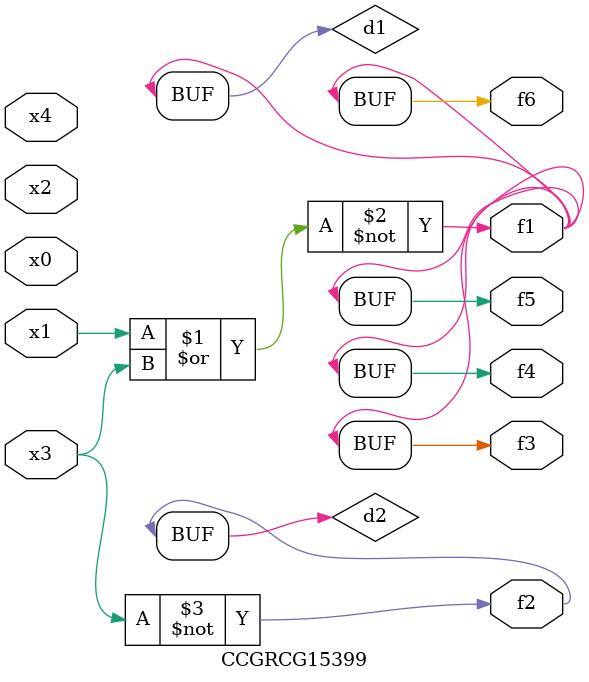
<source format=v>
module CCGRCG15399(
	input x0, x1, x2, x3, x4,
	output f1, f2, f3, f4, f5, f6
);

	wire d1, d2;

	nor (d1, x1, x3);
	not (d2, x3);
	assign f1 = d1;
	assign f2 = d2;
	assign f3 = d1;
	assign f4 = d1;
	assign f5 = d1;
	assign f6 = d1;
endmodule

</source>
